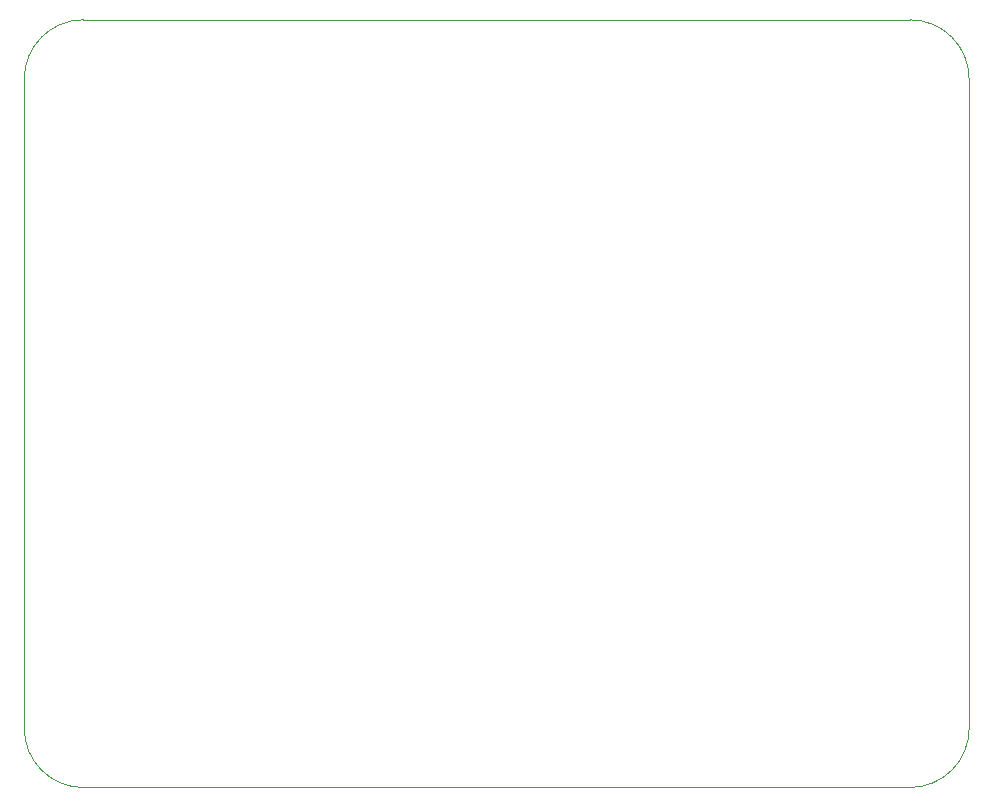
<source format=gm1>
%TF.GenerationSoftware,KiCad,Pcbnew,8.0.6-8.0.6-0~ubuntu24.04.1*%
%TF.CreationDate,2024-11-06T15:00:48+01:00*%
%TF.ProjectId,random_sampler,72616e64-6f6d-45f7-9361-6d706c65722e,rev?*%
%TF.SameCoordinates,Original*%
%TF.FileFunction,Profile,NP*%
%FSLAX46Y46*%
G04 Gerber Fmt 4.6, Leading zero omitted, Abs format (unit mm)*
G04 Created by KiCad (PCBNEW 8.0.6-8.0.6-0~ubuntu24.04.1) date 2024-11-06 15:00:48*
%MOMM*%
%LPD*%
G01*
G04 APERTURE LIST*
%TA.AperFunction,Profile*%
%ADD10C,0.100000*%
%TD*%
%TA.AperFunction,Profile*%
%ADD11C,0.050000*%
%TD*%
G04 APERTURE END LIST*
D10*
X0Y-5000000D02*
G75*
G02*
X5000000Y0I5000000J0D01*
G01*
D11*
X75000000Y0D02*
X5000000Y0D01*
X80000000Y-60000000D02*
G75*
G02*
X75000000Y-65000000I-5000000J0D01*
G01*
X80000000Y-60000000D02*
X80000000Y-5000000D01*
X0Y-5000000D02*
X0Y-60000000D01*
X75000000Y0D02*
G75*
G02*
X80000000Y-5000000I0J-5000000D01*
G01*
X5000000Y-65000000D02*
X75000000Y-65000000D01*
X5000000Y-65000000D02*
G75*
G02*
X0Y-60000000I0J5000000D01*
G01*
M02*

</source>
